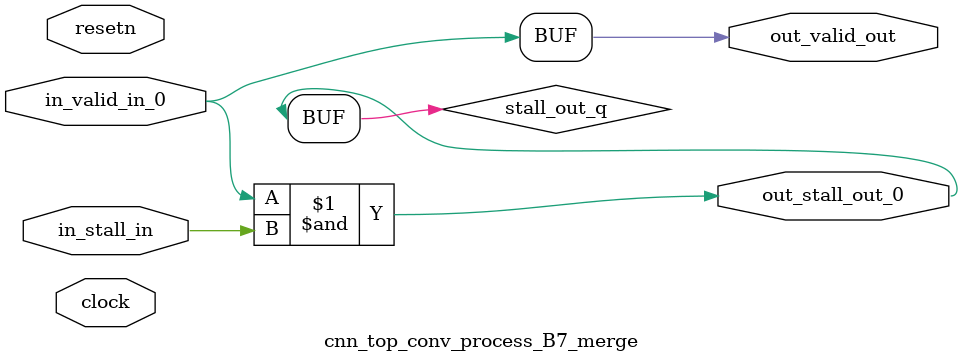
<source format=sv>



(* altera_attribute = "-name AUTO_SHIFT_REGISTER_RECOGNITION OFF; -name MESSAGE_DISABLE 10036; -name MESSAGE_DISABLE 10037; -name MESSAGE_DISABLE 14130; -name MESSAGE_DISABLE 14320; -name MESSAGE_DISABLE 15400; -name MESSAGE_DISABLE 14130; -name MESSAGE_DISABLE 10036; -name MESSAGE_DISABLE 12020; -name MESSAGE_DISABLE 12030; -name MESSAGE_DISABLE 12010; -name MESSAGE_DISABLE 12110; -name MESSAGE_DISABLE 14320; -name MESSAGE_DISABLE 13410; -name MESSAGE_DISABLE 113007; -name MESSAGE_DISABLE 10958" *)
module cnn_top_conv_process_B7_merge (
    input wire [0:0] in_stall_in,
    input wire [0:0] in_valid_in_0,
    output wire [0:0] out_stall_out_0,
    output wire [0:0] out_valid_out,
    input wire clock,
    input wire resetn
    );

    wire [0:0] stall_out_q;


    // stall_out(LOGICAL,6)
    assign stall_out_q = in_valid_in_0 & in_stall_in;

    // out_stall_out_0(GPOUT,4)
    assign out_stall_out_0 = stall_out_q;

    // out_valid_out(GPOUT,5)
    assign out_valid_out = in_valid_in_0;

endmodule

</source>
